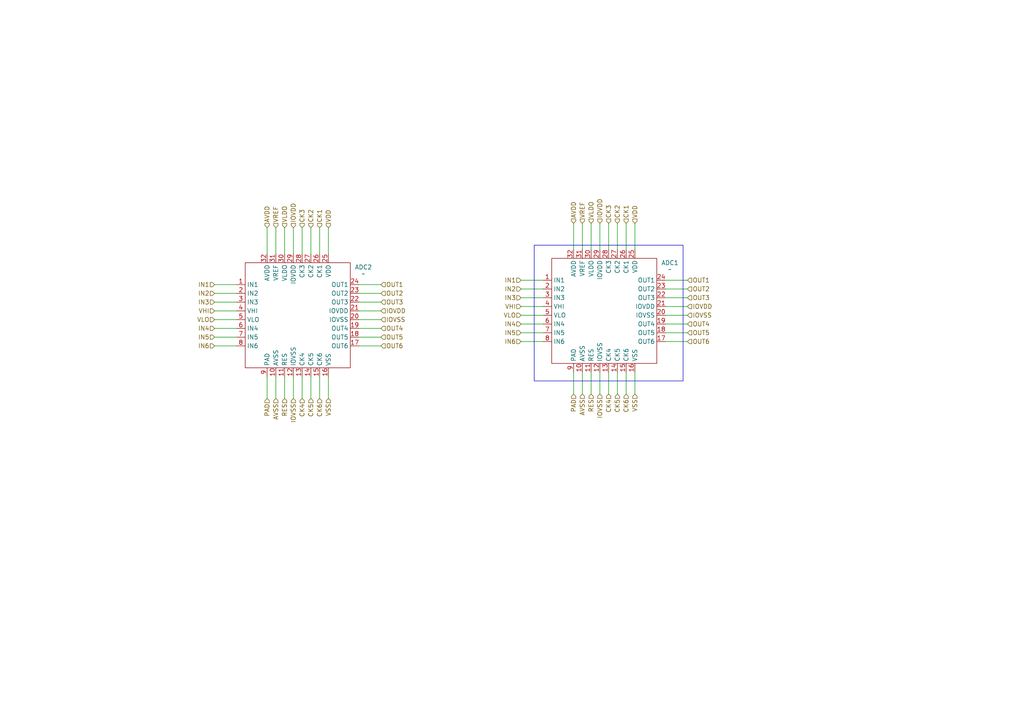
<source format=kicad_sch>
(kicad_sch (version 20231120) (generator "eeschema") (generator_version "8.0")
  (paper "A4")
  (lib_symbols
    (symbol "ADC:Chip"
      (property "Reference" "Chip" (at 0 0 0))
      (symbol "Chip_0_1"
        (rectangle (start -15.24 15.24) (end 15.24 -15.24))
      )
      (symbol "Chip_1_1"
        (pin input line (at -17.78 8.89 0) (length 2.54) (name "IN1") (number "1"))
        (pin input line (at -6.35 -17.78 90) (length 2.54) (name "AVSS") (number "10"))
        (pin input line (at -3.81 -17.78 90) (length 2.54) (name "RES") (number "11"))
        (pin input line (at -1.27 -17.78 90) (length 2.54) (name "IOVSS") (number "12"))
        (pin input line (at 1.27 -17.78 90) (length 2.54) (name "CK4") (number "13"))
        (pin input line (at 3.81 -17.78 90) (length 2.54) (name "CK5") (number "14"))
        (pin input line (at 6.35 -17.78 90) (length 2.54) (name "CK6") (number "15"))
        (pin input line (at 8.89 -17.78 90) (length 2.54) (name "VSS") (number "16"))
        (pin output line (at 17.78 -8.89 180) (length 2.54) (name "OUT6") (number "17"))
        (pin output line (at 17.78 -6.35 180) (length 2.54) (name "OUT5") (number "18"))
        (pin output line (at 17.78 -3.81 180) (length 2.54) (name "OUT4") (number "19"))
        (pin input line (at -17.78 6.35 0) (length 2.54) (name "IN2") (number "2"))
        (pin input line (at 17.78 -1.27 180) (length 2.54) (name "IOVSS") (number "20"))
        (pin input line (at 17.78 1.27 180) (length 2.54) (name "IOVDD") (number "21"))
        (pin output line (at 17.78 3.81 180) (length 2.54) (name "OUT3") (number "22"))
        (pin output line (at 17.78 6.35 180) (length 2.54) (name "OUT2") (number "23"))
        (pin output line (at 17.78 8.89 180) (length 2.54) (name "OUT1") (number "24"))
        (pin input line (at 8.89 17.78 270) (length 2.54) (name "VDD") (number "25"))
        (pin input line (at 6.35 17.78 270) (length 2.54) (name "CK1") (number "26"))
        (pin input line (at 3.81 17.78 270) (length 2.54) (name "CK2") (number "27"))
        (pin input line (at 1.27 17.78 270) (length 2.54) (name "CK3") (number "28"))
        (pin input line (at -1.27 17.78 270) (length 2.54) (name "IOVDD") (number "29"))
        (pin input line (at -17.78 3.81 0) (length 2.54) (name "IN3") (number "3"))
        (pin output line (at -3.81 17.78 270) (length 2.54) (name "VLDO") (number "30"))
        (pin input line (at -6.35 17.78 270) (length 2.54) (name "VREF") (number "31"))
        (pin input line (at -8.89 17.78 270) (length 2.54) (name "AVDD") (number "32"))
        (pin input line (at -17.78 1.27 0) (length 2.54) (name "VHI") (number "4"))
        (pin input line (at -17.78 -1.27 0) (length 2.54) (name "VLO") (number "5"))
        (pin input line (at -17.78 -3.81 0) (length 2.54) (name "IN4") (number "6"))
        (pin input line (at -17.78 -6.35 0) (length 2.54) (name "IN5") (number "7"))
        (pin input line (at -17.78 -8.89 0) (length 2.54) (name "IN6") (number "8"))
        (pin unspecified line (at -8.89 -17.78 90) (length 2.54) (name "PAD") (number "9"))
      )
    )
  )
  (wire (pts (xy 151.13 96.52) (xy 157.48 96.52)))
  (wire (pts (xy 80.01 66.04) (xy 80.01 73.66)))
  (wire (pts (xy 87.63 115.57) (xy 87.63 109.22)))
  (wire (pts (xy 176.53 64.77) (xy 176.53 72.39)))
  (wire (pts (xy 171.45 114.3) (xy 171.45 107.95)))
  (wire (pts (xy 181.61 64.77) (xy 181.61 72.39)))
  (wire (pts (xy 199.39 96.52) (xy 193.04 96.52)))
  (wire (pts (xy 110.49 97.79) (xy 104.14 97.79)))
  (wire (pts (xy 82.55 66.04) (xy 82.55 73.66)))
  (wire (pts (xy 199.39 99.06) (xy 193.04 99.06)))
  (wire (pts (xy 77.47 66.04) (xy 77.47 73.66)))
  (wire (pts (xy 151.13 88.9) (xy 157.48 88.9)))
  (wire (pts (xy 179.07 64.77) (xy 179.07 72.39)))
  (wire (pts (xy 110.49 85.09) (xy 104.14 85.09)))
  (wire (pts (xy 168.91 114.3) (xy 168.91 107.95)))
  (wire (pts (xy 82.55 115.57) (xy 82.55 109.22)))
  (wire (pts (xy 92.71 115.57) (xy 92.71 109.22)))
  (wire (pts (xy 62.23 92.71) (xy 68.58 92.71)))
  (wire (pts (xy 62.23 95.25) (xy 68.58 95.25)))
  (wire (pts (xy 110.49 82.55) (xy 104.14 82.55)))
  (wire (pts (xy 151.13 86.36) (xy 157.48 86.36)))
  (wire (pts (xy 184.15 114.3) (xy 184.15 107.95)))
  (wire (pts (xy 110.49 100.33) (xy 104.14 100.33)))
  (wire (pts (xy 151.13 93.98) (xy 157.48 93.98)))
  (wire (pts (xy 199.39 88.9) (xy 193.04 88.9)))
  (wire (pts (xy 95.25 115.57) (xy 95.25 109.22)))
  (wire (pts (xy 181.61 114.3) (xy 181.61 107.95)))
  (wire (pts (xy 179.07 114.3) (xy 179.07 107.95)))
  (wire (pts (xy 80.01 115.57) (xy 80.01 109.22)))
  (wire (pts (xy 90.17 66.04) (xy 90.17 73.66)))
  (wire (pts (xy 151.13 81.28) (xy 157.48 81.28)))
  (wire (pts (xy 173.99 114.3) (xy 173.99 107.95)))
  (wire (pts (xy 92.71 66.04) (xy 92.71 73.66)))
  (wire (pts (xy 110.49 90.17) (xy 104.14 90.17)))
  (wire (pts (xy 90.17 115.57) (xy 90.17 109.22)))
  (wire (pts (xy 62.23 97.79) (xy 68.58 97.79)))
  (wire (pts (xy 173.99 64.77) (xy 173.99 72.39)))
  (wire (pts (xy 77.47 115.57) (xy 77.47 109.22)))
  (wire (pts (xy 176.53 114.3) (xy 176.53 107.95)))
  (wire (pts (xy 85.09 115.57) (xy 85.09 109.22)))
  (wire (pts (xy 171.45 64.77) (xy 171.45 72.39)))
  (wire (pts (xy 166.37 64.77) (xy 166.37 72.39)))
  (wire (pts (xy 95.25 66.04) (xy 95.25 73.66)))
  (wire (pts (xy 199.39 81.28) (xy 193.04 81.28)))
  (wire (pts (xy 168.91 64.77) (xy 168.91 72.39)))
  (wire (pts (xy 151.13 99.06) (xy 157.48 99.06)))
  (wire (pts (xy 62.23 82.55) (xy 68.58 82.55)))
  (wire (pts (xy 199.39 86.36) (xy 193.04 86.36)))
  (wire (pts (xy 199.39 93.98) (xy 193.04 93.98)))
  (wire (pts (xy 151.13 83.82) (xy 157.48 83.82)))
  (wire (pts (xy 110.49 92.71) (xy 104.14 92.71)))
  (wire (pts (xy 62.23 90.17) (xy 68.58 90.17)))
  (wire (pts (xy 87.63 66.04) (xy 87.63 73.66)))
  (wire (pts (xy 110.49 95.25) (xy 104.14 95.25)))
  (wire (pts (xy 110.49 87.63) (xy 104.14 87.63)))
  (wire (pts (xy 62.23 87.63) (xy 68.58 87.63)))
  (wire (pts (xy 151.13 91.44) (xy 157.48 91.44)))
  (wire (pts (xy 199.39 83.82) (xy 193.04 83.82)))
  (wire (pts (xy 184.15 64.77) (xy 184.15 72.39)))
  (wire (pts (xy 62.23 100.33) (xy 68.58 100.33)))
  (wire (pts (xy 166.37 114.3) (xy 166.37 107.95)))
  (wire (pts (xy 62.23 85.09) (xy 68.58 85.09)))
  (wire (pts (xy 85.09 66.04) (xy 85.09 73.66)))
  (wire (pts (xy 199.39 91.44) (xy 193.04 91.44)))
  (rectangle (start 154.94 71.12) (end 198.12 110.49))
  (hierarchical_label "CK1" (shape input) (at 92.71 66.04 90))
  (hierarchical_label "AVSS" (shape input) (at 168.91 114.3 270))
  (hierarchical_label "IN6" (shape input) (at 151.13 99.06 180))
  (hierarchical_label "IN1" (shape input) (at 62.23 82.55 180))
  (hierarchical_label "AVDD" (shape input) (at 166.37 64.77 90))
  (hierarchical_label "VLO" (shape input) (at 62.23 92.71 180))
  (hierarchical_label "RES" (shape input) (at 82.55 115.57 270))
  (hierarchical_label "PAD" (shape input) (at 77.47 115.57 270))
  (hierarchical_label "RES" (shape input) (at 171.45 114.3 270))
  (hierarchical_label "OUT2" (shape input) (at 199.39 83.82 0))
  (hierarchical_label "IN1" (shape input) (at 151.13 81.28 180))
  (hierarchical_label "IN5" (shape input) (at 151.13 96.52 180))
  (hierarchical_label "IN3" (shape input) (at 151.13 86.36 180))
  (hierarchical_label "OUT3" (shape input) (at 110.49 87.63 0))
  (hierarchical_label "IN5" (shape input) (at 62.23 97.79 180))
  (hierarchical_label "VSS" (shape input) (at 184.15 114.3 270))
  (hierarchical_label "IN6" (shape input) (at 62.23 100.33 180))
  (hierarchical_label "CK4" (shape input) (at 87.63 115.57 270))
  (hierarchical_label "VHI" (shape input) (at 151.13 88.9 180))
  (hierarchical_label "CK4" (shape input) (at 176.53 114.3 270))
  (hierarchical_label "CK5" (shape input) (at 90.17 115.57 270))
  (hierarchical_label "IN4" (shape input) (at 62.23 95.25 180))
  (hierarchical_label "IOVSS" (shape input) (at 173.99 114.3 270))
  (hierarchical_label "CK2" (shape input) (at 90.17 66.04 90))
  (hierarchical_label "AVDD" (shape input) (at 77.47 66.04 90))
  (hierarchical_label "CK6" (shape input) (at 92.71 115.57 270))
  (hierarchical_label "OUT2" (shape input) (at 110.49 85.09 0))
  (hierarchical_label "IN4" (shape input) (at 151.13 93.98 180))
  (hierarchical_label "CK3" (shape input) (at 87.63 66.04 90))
  (hierarchical_label "OUT4" (shape input) (at 110.49 95.25 0))
  (hierarchical_label "OUT5" (shape input) (at 110.49 97.79 0))
  (hierarchical_label "OUT4" (shape input) (at 199.39 93.98 0))
  (hierarchical_label "IOVSS" (shape input) (at 110.49 92.71 0))
  (hierarchical_label "IOVDD" (shape input) (at 110.49 90.17 0))
  (hierarchical_label "CK5" (shape input) (at 179.07 114.3 270))
  (hierarchical_label "IOVDD" (shape input) (at 173.99 64.77 90))
  (hierarchical_label "PAD" (shape input) (at 166.37 114.3 270))
  (hierarchical_label "IOVDD" (shape input) (at 199.39 88.9 0))
  (hierarchical_label "CK2" (shape input) (at 179.07 64.77 90))
  (hierarchical_label "CK3" (shape input) (at 176.53 64.77 90))
  (hierarchical_label "VHI" (shape input) (at 62.23 90.17 180))
  (hierarchical_label "IN3" (shape input) (at 62.23 87.63 180))
  (hierarchical_label "IOVSS" (shape input) (at 85.09 115.57 270))
  (hierarchical_label "VLDO" (shape input) (at 171.45 64.77 90))
  (hierarchical_label "IOVSS" (shape input) (at 199.39 91.44 0))
  (hierarchical_label "VDD" (shape input) (at 95.25 66.04 90))
  (hierarchical_label "VLO" (shape input) (at 151.13 91.44 180))
  (hierarchical_label "OUT5" (shape input) (at 199.39 96.52 0))
  (hierarchical_label "OUT6" (shape input) (at 199.39 99.06 0))
  (hierarchical_label "CK1" (shape input) (at 181.61 64.77 90))
  (hierarchical_label "VREF" (shape input) (at 80.01 66.04 90))
  (hierarchical_label "VSS" (shape input) (at 95.25 115.57 270))
  (hierarchical_label "AVSS" (shape input) (at 80.01 115.57 270))
  (hierarchical_label "IOVDD" (shape input) (at 85.09 66.04 90))
  (hierarchical_label "VREF" (shape input) (at 168.91 64.77 90))
  (hierarchical_label "IN2" (shape input) (at 62.23 85.09 180))
  (hierarchical_label "OUT3" (shape input) (at 199.39 86.36 0))
  (hierarchical_label "IN2" (shape input) (at 151.13 83.82 180))
  (hierarchical_label "CK6" (shape input) (at 181.61 114.3 270))
  (hierarchical_label "OUT6" (shape input) (at 110.49 100.33 0))
  (hierarchical_label "OUT1" (shape input) (at 199.39 81.28 0))
  (hierarchical_label "VLDO" (shape input) (at 82.55 66.04 90))
  (hierarchical_label "VDD" (shape input) (at 184.15 64.77 90))
  (hierarchical_label "OUT1" (shape input) (at 110.49 82.55 0))
  (symbol (lib_id "ADC:Chip") (at 86.36 91.44 0) (unit 1)
    (property "Reference" "ADC2" (at 105.41 77.5014 0))
    (property "Value" "~" (at 105.41 79.4065 0))
    (property "Footprint" "Package_DIP:DIP-32_W15.24mm_Socket" (effects (hide yes)))
  )
  (symbol (lib_id "ADC:Chip") (at 175.26 90.17 0) (unit 1)
    (property "Reference" "ADC1" (at 194.31 76.2314 0))
    (property "Value" "~" (at 194.31 78.1365 0))
    (property "Footprint" "Package_DIP:DIP-32_W15.24mm_Socket" (effects (hide yes)))
  )
)
</source>
